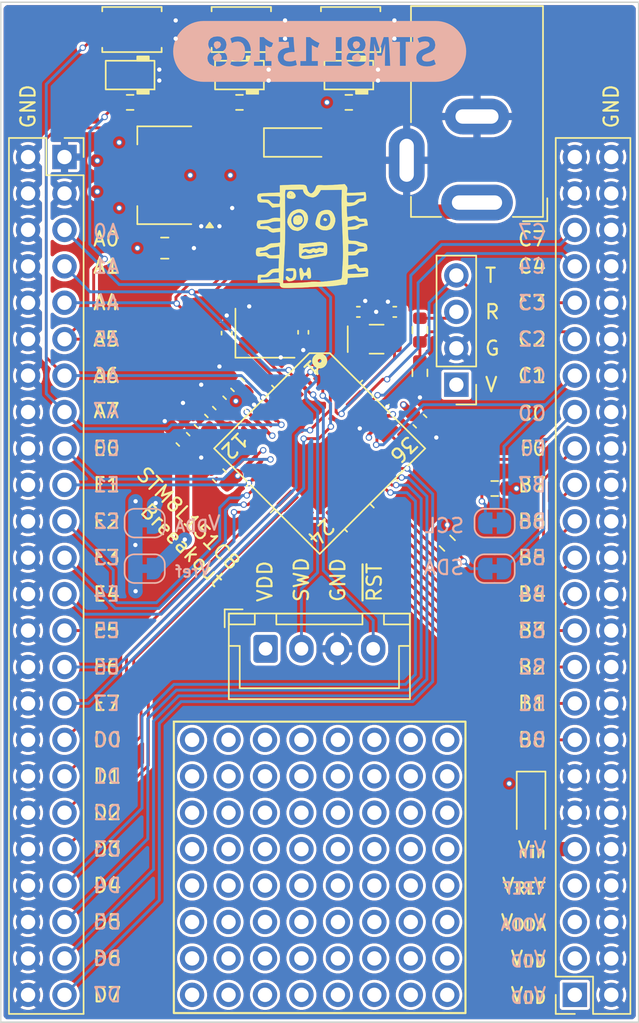
<source format=kicad_pcb>
(kicad_pcb
	(version 20241229)
	(generator "pcbnew")
	(generator_version "9.0")
	(general
		(thickness 1.6)
		(legacy_teardrops no)
	)
	(paper "A4")
	(layers
		(0 "F.Cu" signal)
		(4 "In1.Cu" signal)
		(6 "In2.Cu" signal)
		(2 "B.Cu" signal)
		(9 "F.Adhes" user "F.Adhesive")
		(11 "B.Adhes" user "B.Adhesive")
		(13 "F.Paste" user)
		(15 "B.Paste" user)
		(5 "F.SilkS" user "F.Silkscreen")
		(7 "B.SilkS" user "B.Silkscreen")
		(1 "F.Mask" user)
		(3 "B.Mask" user)
		(17 "Dwgs.User" user "User.Drawings")
		(19 "Cmts.User" user "User.Comments")
		(21 "Eco1.User" user "User.Eco1")
		(23 "Eco2.User" user "User.Eco2")
		(25 "Edge.Cuts" user)
		(27 "Margin" user)
		(31 "F.CrtYd" user "F.Courtyard")
		(29 "B.CrtYd" user "B.Courtyard")
		(35 "F.Fab" user)
		(33 "B.Fab" user)
		(39 "User.1" user)
		(41 "User.2" user)
		(43 "User.3" user)
		(45 "User.4" user)
	)
	(setup
		(stackup
			(layer "F.SilkS"
				(type "Top Silk Screen")
			)
			(layer "F.Paste"
				(type "Top Solder Paste")
			)
			(layer "F.Mask"
				(type "Top Solder Mask")
				(thickness 0.01)
			)
			(layer "F.Cu"
				(type "copper")
				(thickness 0.035)
			)
			(layer "dielectric 1"
				(type "prepreg")
				(thickness 0.1)
				(material "FR4")
				(epsilon_r 4.5)
				(loss_tangent 0.02)
			)
			(layer "In1.Cu"
				(type "copper")
				(thickness 0.035)
			)
			(layer "dielectric 2"
				(type "core")
				(thickness 1.24)
				(material "FR4")
				(epsilon_r 4.5)
				(loss_tangent 0.02)
			)
			(layer "In2.Cu"
				(type "copper")
				(thickness 0.035)
			)
			(layer "dielectric 3"
				(type "prepreg")
				(thickness 0.1)
				(material "FR4")
				(epsilon_r 4.5)
				(loss_tangent 0.02)
			)
			(layer "B.Cu"
				(type "copper")
				(thickness 0.035)
			)
			(layer "B.Mask"
				(type "Bottom Solder Mask")
				(thickness 0.01)
			)
			(layer "B.Paste"
				(type "Bottom Solder Paste")
			)
			(layer "B.SilkS"
				(type "Bottom Silk Screen")
			)
			(copper_finish "None")
			(dielectric_constraints no)
		)
		(pad_to_mask_clearance 0)
		(allow_soldermask_bridges_in_footprints no)
		(tenting front back)
		(pcbplotparams
			(layerselection 0x00000000_00000000_55555555_5755f5ff)
			(plot_on_all_layers_selection 0x00000000_00000000_00000000_00000000)
			(disableapertmacros no)
			(usegerberextensions no)
			(usegerberattributes yes)
			(usegerberadvancedattributes yes)
			(creategerberjobfile yes)
			(dashed_line_dash_ratio 12.000000)
			(dashed_line_gap_ratio 3.000000)
			(svgprecision 4)
			(plotframeref no)
			(mode 1)
			(useauxorigin no)
			(hpglpennumber 1)
			(hpglpenspeed 20)
			(hpglpendiameter 15.000000)
			(pdf_front_fp_property_popups yes)
			(pdf_back_fp_property_popups yes)
			(pdf_metadata yes)
			(pdf_single_document no)
			(dxfpolygonmode yes)
			(dxfimperialunits yes)
			(dxfusepcbnewfont yes)
			(psnegative no)
			(psa4output no)
			(plot_black_and_white yes)
			(sketchpadsonfab no)
			(plotpadnumbers no)
			(hidednponfab no)
			(sketchdnponfab yes)
			(crossoutdnponfab yes)
			(subtractmaskfromsilk no)
			(outputformat 1)
			(mirror no)
			(drillshape 1)
			(scaleselection 1)
			(outputdirectory "")
		)
	)
	(net 0 "")
	(net 1 "GND")
	(net 2 "+3V3")
	(net 3 "/V_{DDA}")
	(net 4 "/V_{REF}")
	(net 5 "/O32_{IN}")
	(net 6 "/O32_{OUT}")
	(net 7 "/OSC_{IN}")
	(net 8 "/OSC_{OUT}")
	(net 9 "Net-(D101-K)")
	(net 10 "Net-(D101-A)")
	(net 11 "/V_{in}")
	(net 12 "/PB_{5}")
	(net 13 "/PB_{1}")
	(net 14 "/PC_{7}")
	(net 15 "/PB_{4}")
	(net 16 "/PB_{6}")
	(net 17 "/BTN_{1}")
	(net 18 "/PC_{3}")
	(net 19 "/PB_{0}")
	(net 20 "/BTN_{2}")
	(net 21 "/PC_{0}")
	(net 22 "/PC_{4}")
	(net 23 "/PB_{2}")
	(net 24 "/LED_{1}")
	(net 25 "/PA_{0}")
	(net 26 "/PC_{1}")
	(net 27 "/PA_{1}")
	(net 28 "/PB_{3}")
	(net 29 "/PC_{2}")
	(net 30 "/PB_{7}")
	(net 31 "/LED_{2}")
	(net 32 "/PD_{5}")
	(net 33 "/PE_{5}")
	(net 34 "/PE_{2}")
	(net 35 "/PD_{0}")
	(net 36 "/PE_{6}")
	(net 37 "/PD_{2}")
	(net 38 "/PD_{6}")
	(net 39 "/PE_{0}")
	(net 40 "/PD_{7}")
	(net 41 "/PE_{3}")
	(net 42 "/PE_{1}")
	(net 43 "/PD_{4}")
	(net 44 "/PF_{0}")
	(net 45 "/PD_{1}")
	(net 46 "/PE_{7}")
	(net 47 "/PD_{3}")
	(net 48 "/PE_{4}")
	(net 49 "Net-(J104-Pin_3)")
	(net 50 "Net-(LED101-A)")
	(net 51 "Net-(LED102-A)")
	(net 52 "Net-(LED103-A)")
	(net 53 "unconnected-(TP105-PadF5)")
	(net 54 "unconnected-(TP105-PadD1)")
	(net 55 "unconnected-(TP105-PadC2)")
	(net 56 "unconnected-(TP105-PadH5)")
	(net 57 "unconnected-(TP105-PadE5)")
	(net 58 "unconnected-(TP105-PadA8)")
	(net 59 "unconnected-(TP105-PadG4)")
	(net 60 "unconnected-(TP105-PadF4)")
	(net 61 "unconnected-(TP105-PadB7)")
	(net 62 "unconnected-(TP105-PadB2)")
	(net 63 "unconnected-(TP105-PadA6)")
	(net 64 "unconnected-(TP105-PadB5)")
	(net 65 "unconnected-(TP105-PadE7)")
	(net 66 "unconnected-(TP105-PadH8)")
	(net 67 "unconnected-(TP105-PadD6)")
	(net 68 "unconnected-(TP105-PadB6)")
	(net 69 "unconnected-(TP105-PadB3)")
	(net 70 "unconnected-(TP105-PadC1)")
	(net 71 "unconnected-(TP105-PadH6)")
	(net 72 "unconnected-(TP105-PadH1)")
	(net 73 "unconnected-(TP105-PadD7)")
	(net 74 "unconnected-(TP105-PadA5)")
	(net 75 "unconnected-(TP105-PadC8)")
	(net 76 "unconnected-(TP105-PadF1)")
	(net 77 "unconnected-(TP105-PadC6)")
	(net 78 "unconnected-(TP105-PadB8)")
	(net 79 "unconnected-(TP105-PadE2)")
	(net 80 "unconnected-(TP105-PadA4)")
	(net 81 "unconnected-(TP105-PadE1)")
	(net 82 "unconnected-(TP105-PadD5)")
	(net 83 "unconnected-(TP105-PadC4)")
	(net 84 "unconnected-(TP105-PadF8)")
	(net 85 "unconnected-(TP105-PadC7)")
	(net 86 "unconnected-(TP105-PadF2)")
	(net 87 "unconnected-(TP105-PadD8)")
	(net 88 "unconnected-(TP105-PadC3)")
	(net 89 "unconnected-(TP105-PadG8)")
	(net 90 "unconnected-(TP105-PadB1)")
	(net 91 "unconnected-(TP105-PadA1)")
	(net 92 "unconnected-(TP105-PadA3)")
	(net 93 "unconnected-(TP105-PadA7)")
	(net 94 "unconnected-(TP105-PadB4)")
	(net 95 "unconnected-(TP105-PadD2)")
	(net 96 "unconnected-(TP105-PadG1)")
	(net 97 "unconnected-(TP105-PadD3)")
	(net 98 "unconnected-(TP105-PadG2)")
	(net 99 "unconnected-(TP105-PadD4)")
	(net 100 "unconnected-(TP105-PadH4)")
	(net 101 "unconnected-(TP105-PadG5)")
	(net 102 "unconnected-(TP105-PadE6)")
	(net 103 "unconnected-(TP105-PadA2)")
	(net 104 "unconnected-(TP105-PadH7)")
	(net 105 "unconnected-(TP105-PadC5)")
	(net 106 "unconnected-(TP105-PadH3)")
	(net 107 "unconnected-(TP105-PadG3)")
	(net 108 "unconnected-(TP105-PadH2)")
	(net 109 "unconnected-(TP105-PadE8)")
	(net 110 "unconnected-(TP105-PadG6)")
	(net 111 "unconnected-(TP105-PadF7)")
	(net 112 "unconnected-(TP105-PadF6)")
	(net 113 "unconnected-(TP105-PadF3)")
	(net 114 "unconnected-(TP105-PadE4)")
	(net 115 "unconnected-(TP105-PadG7)")
	(net 116 "unconnected-(TP105-PadE3)")
	(net 117 "Net-(JP103-A)")
	(net 118 "Net-(JP104-A)")
	(footprint "Resistor_SMD:R_0603_1608Metric" (layer "F.Cu") (at 146.685 50.61 90))
	(footprint "LED_SMD_AKL:LED_0805_2012Metric" (layer "F.Cu") (at 134.112 29.845 180))
	(footprint "Seppl_Logo:Logo_little_guy" (layer "F.Cu") (at 139.192 41.148))
	(footprint "Package_TO_SOT_SMD:SOT-223-3_TabPin2" (layer "F.Cu") (at 128.905 36.83 180))
	(footprint "Capacitor_SMD:C_0402_1005Metric" (layer "F.Cu") (at 138.557 47.78 90))
	(footprint "Resistor_SMD:R_0603_1608Metric" (layer "F.Cu") (at 146.685 47.625 -90))
	(footprint "Crystal:Crystal_SMD_EuroQuartz_EQ161-2Pin_3.2x1.5mm" (layer "F.Cu") (at 143.665 48.26))
	(footprint "LED_SMD_AKL:LED_0805_2012Metric" (layer "F.Cu") (at 126.492 29.845 180))
	(footprint "Capacitor_SMD:C_0603_1608Metric" (layer "F.Cu") (at 146.685 53.975 -45))
	(footprint "Capacitor_SMD:C_0805_2012Metric" (layer "F.Cu") (at 128.905 41.91))
	(footprint "Connector_JST:JST_XH_B4B-XH-A_1x04_P2.50mm_Vertical" (layer "F.Cu") (at 135.93 69.85))
	(footprint "Resistor_SMD:R_0603_1608Metric" (layer "F.Cu") (at 151.892 58.674))
	(footprint "Button_Switch_SMD:SW_Push_SPST_NO_Alps_SKRK" (layer "F.Cu") (at 141.859 26.67 180))
	(footprint "Button_Switch_SMD:SW_Push_SPST_NO_Alps_SKRK" (layer "F.Cu") (at 134.239 26.67 180))
	(footprint "Capacitor_SMD:C_0603_1608Metric" (layer "F.Cu") (at 133.985 51.435 135))
	(footprint "Package_QFP_AKL:LQFP-48_7x7mm_P0.5mm" (layer "F.Cu") (at 139.7 55.88 -45))
	(footprint "Capacitor_SMD:C_0603_1608Metric" (layer "F.Cu") (at 131.445 53.975 135))
	(footprint "Crystal:Crystal_SMD_3225-4Pin_3.2x2.5mm" (layer "F.Cu") (at 135.89 47.84))
	(footprint "Capacitor_SMD:C_0402_1005Metric" (layer "F.Cu") (at 142.395 46.355 180))
	(footprint "Connector_PinSocket_2.54mm:PinSocket_2x24_P2.54mm_Vertical" (layer "F.Cu") (at 121.92 35.56))
	(footprint "Capacitor_SMD:C_0603_1608Metric" (layer "F.Cu") (at 132.715 52.705 135))
	(footprint "Capacitor_SMD:C_0402_1005Metric" (layer "F.Cu") (at 133.223 47.84 -90))
	(footprint "Capacitor_SMD:C_0603_1608Metric" (layer "F.Cu") (at 132.715 57.785 135))
	(footprint "Connector_PinSocket_2.54mm:PinSocket_2x24_P2.54mm_Vertical"
		(layer "F.Cu")
		(uuid "b903fe87-9f3c-4dc5-be66-f52d1a4946e5")
		(at 157.48 93.98 180)
		(descr "Through hole straight socket strip, 2x24, 2.54mm pitch, double cols (from Kicad 4.0.7), script generated")
		(tags "Through hole socket strip THT 2x24 2.54mm double row")
		(property "Reference" "J102"
			(at -1.27 -2.77 180)
			(layer "F.SilkS")
			(hide yes)
			(uuid "fecabb95-d5cc-4f54-9000-db827c60c27f")
			(effects
				(font
					(size 1 1)
					(thickness 0.15)
				)
			)
		)
		(property "Value" "Conn_02x24_Odd_Even"
			(at -1.27 61.19 180)
			(layer "F.Fab")
			(hide yes)
			(uuid "60c564cb-9d89-4115-b25e-51ed976f5d18")
			(effects
				(font
					(size 1 1)
					(thickness 0.15)
				)
			)
		)
		(property "Datasheet" ""
			(at 0 0 180)
			(layer "F.Fab")
			(hide yes)
			(uuid "b2e41ed5-fea9-4d8c-97c7-33121dfcf9f5")
			(effects
				(font
					(size 1.27 1.27)
					(thickness 0.15)
				)
			)
		)
		(property "Description" "Generic connector, double row, 02x24, odd/even pin numbering scheme (row 1 odd numbers, row 2 even numbers), script generated (kicad-library-utils/schlib/autogen/connector/)"
			(at 0 0 180)
			(layer "F.Fab")
			(hide yes)
			(uuid "6db39ad3-41f4-4c67-9d3b-e84c5ff62b43")
			(effects
				(font
					(size 1.27 1.27)
					(thickness 0.15)
				)
			)
		)
		(property "LCSC PN" "C27985239"
			(at 0 0 180)
			(unlocked yes)
			(layer "F.Fab")
			(hide yes)
			(uuid "d8a7346c-2c6f-4286-b05e-020a5de1532f")
			(effects
				(font
					(size 1 1)
					(thickness 0.15)
				)
			)
		)
		(property ki_fp_filters "Connector*:*_2x??_*")
		(path "/20d6fd37-59ba-4b61-b6a2-6e0b5093cb48")
		(sheetname "/")
		(sheetfile "stm8l-dev.kicad_sch")
		(attr through_hole)
		(fp_line
			(start 1.33 1.27)
			(end 1.33 59.75)
			(stroke
				(width 0.12)
				(type solid)
			)
			(layer "F.SilkS")
			(uuid "227933ee-c81f-4f5d-8612-b09b574c586a")
		)
		(fp_line
			(start 1.33 -1.33)
			(end 1.33 0)
			(stroke
				(width 0.12)
				(type solid)
			)
			(layer "F.SilkS")
			(uuid "84e77995-f00e-4157-adbe-d8a02a5ae744")
		)
		(fp_line
			(start 0 -1.33)
			(end 1.33 -1.33)
			(stroke
				(width 0.12)
				(type solid)
			)
			(layer "F.SilkS")
			(uuid "ef17abff-f7eb-453e-9a1e-fa0f0a65ab6f")
		)
		(fp_line
			(start -1.27 1.27)
			(end 1.33 1.27)
			(stroke
				(width 0.12)
				(type solid)
			)
			(layer "F.SilkS")
			(uuid "444a30bf-ff98-4a08-b3f0-f2fe7a233e31")
		)
		(fp_line
			(start -1.27 -1.33)
			(end -1.27 1.27)
			(stroke
				(width 0.12)
				(type solid)
			)
			(layer "F.SilkS")
			(uuid "6d64898b-2aca-4acd-a377-ef65d6923d5c")
		)
		(fp_line
			(start -3.87 59.75)
			(end 1.33 59.75)
			(stroke
				(width 0.12)
				(type solid)
			)
			(layer "F.SilkS")
			(uuid "3dbde08f-4ba1-4066-a13a-a99ccd874d85")
		)
		(fp_line
			(start -3.87 -1.33)
			(end -1.27 -1.33)
			(stroke
				(width 0.12)
				(type solid)
			)
			(layer "F.SilkS")
			(uuid "123f4a78-b556-4e9f-a848-b214fe3e101a")
		)
		(fp_line
			(start -3.87 -1.33)
			(end -3.87 59.75)
			(stroke
				(width 0.12)
				(type solid)
			)
			(layer "F.SilkS")
			(uuid "15144d1a-2f73-43c9-a6b8-2c70ef959a82")
		)
		(fp_line
			(start 1.76 60.2)
			(end -4.34 60.2)
			(stroke
				(width 0.05)
				(type solid)
			)
			(layer "F.CrtYd")
			(uuid "eeaf5a63-f35b-4e79-9096-9212aa48a7d1")
		)
		(fp_line
			(start 1.76 -1.8)
			(end 1.76 60.2)
			(stroke
				(width 0.05)
				(type solid)
			)
			(layer "F.CrtYd")
			(uuid "0ca42c58-cb7a-4e9f-94a0-53d084940244")
		)
		(fp_line
			(start -4.34 60.2)
			(end -4.34 -1.8)
			(stroke
				(width 0.05)
				(type solid)
			)
			(layer "F.CrtYd")
			(uuid "31fb050e-e511-42bd-b469-50f4b3ee7bfb")
		)
		(fp_line
			(start -4.34 -1.8)
			(end 1.76 -1.8)
			(stroke
				(width 0.05)
				(type solid)
			)
			(layer "F.CrtYd")
			(uuid "651f85ec-55d8-4be5-a699-4337cb009001")
		)
		(fp_line
			(start 1.27 59.69)
			(end -3.81 59.69)
			(stroke
				(width 0.1)
				(type solid)
			)
			(layer "F.Fab")
			(uuid "5eaa737a-d81e-45b7-92b4-0ff64e53421c")
		)
		(fp_line
			(start 1.27 -0.27)
			(end 1.27 59.69)
			(stroke
				(width 0.1)
				(type solid)
			)
			(layer "F.Fab")
			(uuid "8c1cca53-d996-480f-97a4-2f6cbbe8871e")
		)
		(fp_line
			(start 0.27 -1.27)
			(end 1.27 -0.27)
			(stroke
				(width 0.1)
				(type solid)
			)
			(layer "F.Fab")
			(uuid "72791bee-1d24-4e82-a02c-36df514bd120")
		)
		(fp_line
			(start -3.81 59.69)
			(end -3.81 -1.27)
			(stroke
				(width 0.1)
				(type solid)
			)
			(layer "F.Fab")
			(uuid "82bdd6b9-c5ac-4794-ad97-d73277f9ecda")
		)
		(fp_line
			(start -3.81 -1.27)
			(end 0.27 -1.27)
			(stroke
				(width 0.1)
				(type solid)
			)
			(layer "F.Fab")
			(uuid "a04eff78-cb85-4a63-8e4c-b21cd78be930")
		)
		(fp_text user "${REFERENCE}"
			(at -1.27 29.21 270)
			(layer "F.Fab")
			(uuid "33727cca-8fd9-46cb-8fb8-2cd404ae1e12")
			(effects
				(font
					(size 1 1)
					(thickness 0.15)
				)
			)
		)
		(pad "1" thru_hole rect
			(at 0 0 180)
			(size 1.7 1.7)
			(drill 1)
			(layers "*.Cu" "*.Mask")
			(remove_unused_layers no)
			(net 2 "+3V3")
			(pinfunction "Pin_1")
			(pintype "passive")
			(uuid "4530f1f4-0e94-4416-bdb7-232b2e3c6922")
		)
		(pad "2" thru_hole circle
			(at -2.54 0 180)
			(size 1.7 1.7)
			(drill 1)
			(layers "*.Cu" "*.Mask")
			(remove_unused_layers no)
			(net 1 "GND")
			(pinfunction "Pin_2")
			(pintype "passive")
			(uuid "ebbb3293-25a8-4843-ab6c-9732beddeb5a")
		)
		(pad "3" thru_hole circle
			(at 0 2.54 180)
			(size 1.7 1.7)
		
... [1545664 chars truncated]
</source>
